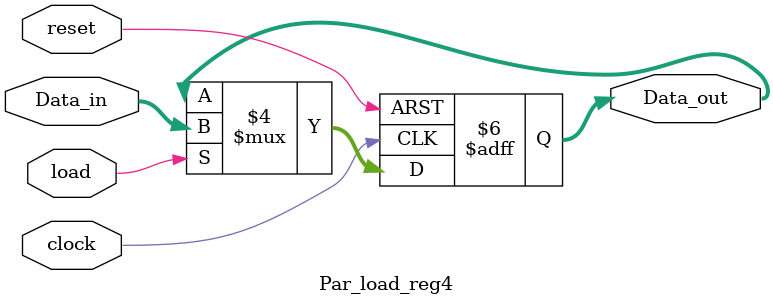
<source format=v>
module Par_load_reg4 (Data_out, Data_in, load, clock, reset);
    input   [3: 0] 	Data_in;
    input 			load, clock, reset;
    output 	[3: 0] 	Data_out;
    reg 	[3: 0]  Data_out;
    
    always @  (posedge reset or posedge clock)
    begin
        if (reset == 1'b1) 		
            Data_out <= 4'b0;
        else if (load == 1'b1) 	
            Data_out <= Data_in;
    end
endmodule

</source>
